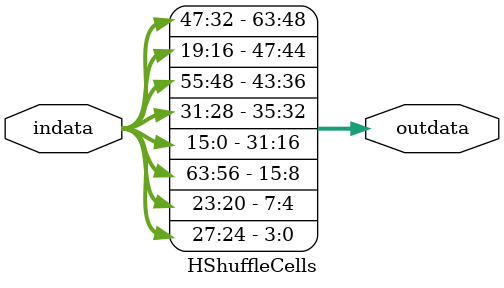
<source format=v>
module ShuffleCells
    (
        input wire [63:0] indata,
        output wire [63:0] outdata
    );
	localparam m= 4;
    genvar i;
    localparam [0:4*16-1] perm = {
    4'h0, 4'hb, 4'h6, 4'hd, 4'ha, 4'h1, 4'hc, 4'h7,
    4'h5, 4'he, 4'h3, 4'h8, 4'hf, 4'h4, 4'h9, 4'h2
    };
    generate
        for(i=0; i< 16; i=i+1)begin: genPerm
            assign outdata[(i+1)*m-1:i*m] = indata[(perm[i*4+:4]+1)*m-1:perm[i*4+:4]*m];
        end
    endgenerate
endmodule

module InvShuffleCells
    (
        input wire [63:0] indata,
        output wire [63:0] outdata
    );
	localparam m= 4;
    genvar i;
    localparam [0:4*16-1] inv_perm = {
    4'h0, 4'h5, 4'hf, 4'ha, 4'hd, 4'h8, 4'h2, 4'h7,
    4'hb, 4'he, 4'h4, 4'h1, 4'h6, 4'h3, 4'h9, 4'hc
    };
    generate
        for(i=0; i< 16; i=i+1)begin: genInvPerm
            assign outdata[(i+1)*m-1:i*m] = indata[(inv_perm[i*4+:4]+1)*m-1:inv_perm[i*4+:4]*m];
        end
    endgenerate
endmodule


module HShuffleCells
    (
        input wire [63:0] indata,
        output wire [63:0] outdata
    );
	localparam m= 4;
    genvar i;
    localparam [0:4*16-1] h = {
    4'h6, 4'h5, 4'he, 4'hf, 4'h0, 4'h1, 4'h2, 4'h3,
    4'h7, 4'hc, 4'hd, 4'h4, 4'h8, 4'h9, 4'ha, 4'hb
    };
    generate
        for(i=0; i< 16; i=i+1)begin: genHPerm
            assign outdata[(i+1)*m-1:i*m] = indata[(h[i*4+:4]+1)*m-1:h[i*4+:4]*m];
        end
    endgenerate
endmodule
</source>
